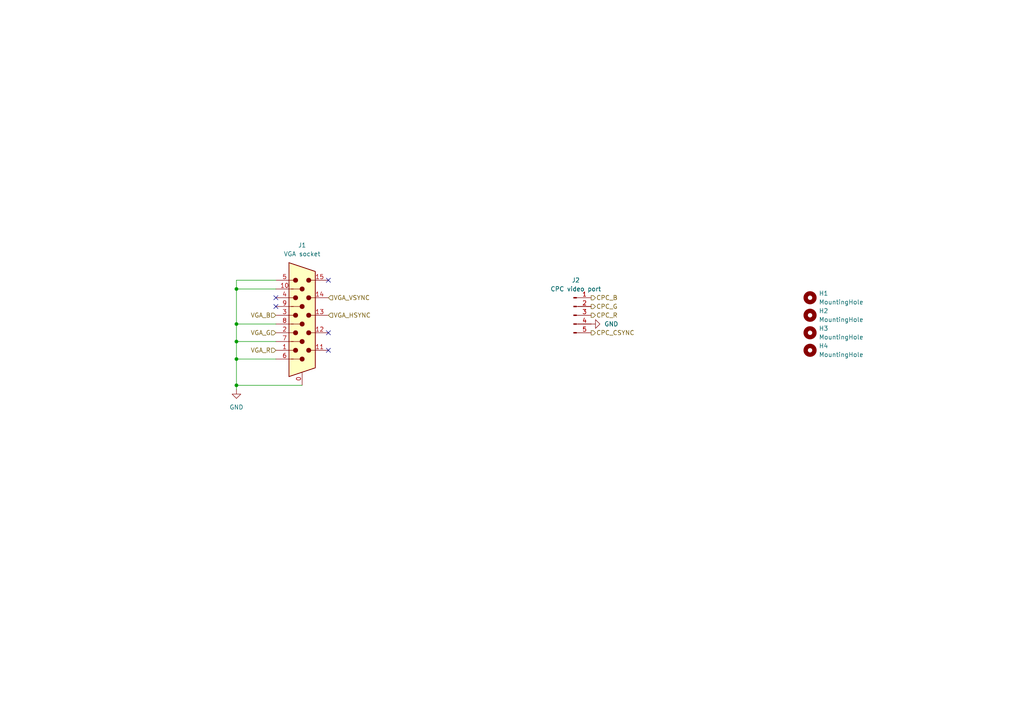
<source format=kicad_sch>
(kicad_sch (version 20230121) (generator eeschema)
  (paper "A4")
  (lib_symbols
    (symbol "Connector:Conn_01x05_Pin" (pin_names (offset 1.016) hide)
      (property "Reference" "J" (at 0 7.62 0))
      (property "Value" "Conn_01x05_Pin" (at 0 -7.62 0))
      (symbol "Conn_01x05_Pin_1_1"
        (polyline (pts (xy 1.27 -5.08) (xy 0.8636 -5.08)) (stroke (width 0.1524)))
        (polyline (pts (xy 1.27 -2.54) (xy 0.8636 -2.54)) (stroke (width 0.1524)))
        (polyline (pts (xy 1.27 0) (xy 0.8636 0)) (stroke (width 0.1524)))
        (polyline (pts (xy 1.27 2.54) (xy 0.8636 2.54)) (stroke (width 0.1524)))
        (polyline (pts (xy 1.27 5.08) (xy 0.8636 5.08)) (stroke (width 0.1524)))
        (rectangle (start 0.8636 -4.953) (end 0 -5.207) (stroke (width 0.1524)) (fill (type outline)))
        (rectangle (start 0.8636 -2.413) (end 0 -2.667) (stroke (width 0.1524)) (fill (type outline)))
        (rectangle (start 0.8636 0.127) (end 0 -0.127) (stroke (width 0.1524)) (fill (type outline)))
        (rectangle (start 0.8636 2.667) (end 0 2.413) (stroke (width 0.1524)) (fill (type outline)))
        (rectangle (start 0.8636 5.207) (end 0 4.953) (stroke (width 0.1524)) (fill (type outline)))
        (pin passive line (at 5.08 5.08 180) (length 3.81) (name "Pin_1") (number "1"))
        (pin passive line (at 5.08 2.54 180) (length 3.81) (name "Pin_2") (number "2"))
        (pin passive line (at 5.08 0 180) (length 3.81) (name "Pin_3") (number "3"))
        (pin passive line (at 5.08 -2.54 180) (length 3.81) (name "Pin_4") (number "4"))
        (pin passive line (at 5.08 -5.08 180) (length 3.81) (name "Pin_5") (number "5"))
      )
    )
    (symbol "Connector:DE15_Plug_HighDensity_MountingHoles" (pin_names (offset 1.016) hide)
      (property "Reference" "J" (at 0 21.59 0))
      (property "Value" "DE15_Plug_HighDensity_MountingHoles" (at 0 19.05 0))
      (symbol "DE15_Plug_HighDensity_MountingHoles_0_1"
        (circle (center -1.905 -7.62) (radius 0.635) (fill (type outline)))
        (circle (center -1.905 -2.54) (radius 0.635) (fill (type outline)))
        (circle (center -1.905 2.54) (radius 0.635) (fill (type outline)))
        (circle (center -1.905 7.62) (radius 0.635) (fill (type outline)))
        (circle (center -1.905 12.7) (radius 0.635) (fill (type outline)))
        (circle (center 0 -10.16) (radius 0.635) (fill (type outline)))
        (circle (center 0 -5.08) (radius 0.635) (fill (type outline)))
        (polyline (pts (xy -3.175 -5.08) (xy -0.635 -5.08)))
        (polyline (pts (xy -0.635 -10.16) (xy -3.175 -10.16)))
        (polyline (pts (xy -0.635 0) (xy -3.175 0)))
        (polyline (pts (xy -0.635 5.08) (xy -3.175 5.08)))
        (polyline (pts (xy -0.635 10.16) (xy -3.175 10.16)))
        (polyline (pts (xy -3.81 17.78) (xy -3.81 -15.24) (xy 3.81 -12.7) (xy 3.81 15.24) (xy -3.81 17.78)) (stroke (width 0.254)) (fill (type background)))
        (circle (center 0 0) (radius 0.635) (fill (type outline)))
        (circle (center 0 5.08) (radius 0.635) (fill (type outline)))
        (circle (center 0 10.16) (radius 0.635) (fill (type outline)))
        (circle (center 1.905 -7.62) (radius 0.635) (fill (type outline)))
        (circle (center 1.905 -2.54) (radius 0.635) (fill (type outline)))
        (circle (center 1.905 2.54) (radius 0.635) (fill (type outline)))
        (circle (center 1.905 7.62) (radius 0.635) (fill (type outline)))
        (circle (center 1.905 12.7) (radius 0.635) (fill (type outline)))
      )
      (symbol "DE15_Plug_HighDensity_MountingHoles_1_1"
        (pin passive line (at 0 -17.78 90) (length 3.81) (name "~") (number "0"))
        (pin passive line (at -7.62 -7.62 0) (length 5.08) (name "~") (number "1"))
        (pin passive line (at -7.62 10.16 0) (length 5.08) (name "~") (number "10"))
        (pin passive line (at 7.62 -7.62 180) (length 5.08) (name "~") (number "11"))
        (pin passive line (at 7.62 -2.54 180) (length 5.08) (name "~") (number "12"))
        (pin passive line (at 7.62 2.54 180) (length 5.08) (name "~") (number "13"))
        (pin passive line (at 7.62 7.62 180) (length 5.08) (name "~") (number "14"))
        (pin passive line (at 7.62 12.7 180) (length 5.08) (name "~") (number "15"))
        (pin passive line (at -7.62 -2.54 0) (length 5.08) (name "~") (number "2"))
        (pin passive line (at -7.62 2.54 0) (length 5.08) (name "~") (number "3"))
        (pin passive line (at -7.62 7.62 0) (length 5.08) (name "~") (number "4"))
        (pin passive line (at -7.62 12.7 0) (length 5.08) (name "~") (number "5"))
        (pin passive line (at -7.62 -10.16 0) (length 5.08) (name "~") (number "6"))
        (pin passive line (at -7.62 -5.08 0) (length 5.08) (name "~") (number "7"))
        (pin passive line (at -7.62 0 0) (length 5.08) (name "~") (number "8"))
        (pin passive line (at -7.62 5.08 0) (length 5.08) (name "~") (number "9"))
      )
    )
    (symbol "Mechanical:MountingHole" (pin_names (offset 1.016))
      (property "Reference" "H" (at 0 5.08 0))
      (property "Value" "MountingHole" (at 0 3.175 0))
      (symbol "MountingHole_0_1"
        (circle (center 0 0) (radius 1.27) (stroke (width 1.27)))
      )
    )
    (symbol "power:GND" (power) (pin_names (offset 0))
      (property "Value" "GND" (at 0 -3.81 0))
      (symbol "GND_0_1"
        (polyline (pts (xy 0 0) (xy 0 -1.27) (xy 1.27 -1.27) (xy 0 -2.54) (xy -1.27 -1.27) (xy 0 -1.27)))
      )
      (symbol "GND_1_1"
        (pin power_in line (at 0 0 270) (length 0) hide (name "GND") (number "1"))
      )
    )
  )
  (junction (at 68.58 99.06))
  (junction (at 68.58 83.82))
  (junction (at 68.58 111.76))
  (junction (at 68.58 93.98))
  (junction (at 68.58 104.14))
  (no_connect (at 95.25 101.6))
  (no_connect (at 80.01 88.9))
  (no_connect (at 95.25 96.52))
  (no_connect (at 80.01 86.36))
  (no_connect (at 95.25 81.28))
  (wire (pts (xy 68.58 111.76) (xy 87.63 111.76)))
  (wire (pts (xy 68.58 99.06) (xy 68.58 104.14)))
  (wire (pts (xy 68.58 111.76) (xy 68.58 104.14)))
  (wire (pts (xy 68.58 83.82) (xy 68.58 93.98)))
  (wire (pts (xy 68.58 99.06) (xy 80.01 99.06)))
  (wire (pts (xy 68.58 93.98) (xy 80.01 93.98)))
  (wire (pts (xy 68.58 93.98) (xy 68.58 99.06)))
  (wire (pts (xy 68.58 81.28) (xy 80.01 81.28)))
  (wire (pts (xy 80.01 83.82) (xy 68.58 83.82)))
  (wire (pts (xy 68.58 104.14) (xy 80.01 104.14)))
  (wire (pts (xy 68.58 83.82) (xy 68.58 81.28)))
  (wire (pts (xy 68.58 113.03) (xy 68.58 111.76)))
  (hierarchical_label "CPC_CSYNC" (shape output) (at 171.45 96.52 0))
  (hierarchical_label "CPC_R" (shape output) (at 171.45 91.44 0))
  (hierarchical_label "VGA_R" (shape input) (at 80.01 101.6 180))
  (hierarchical_label "VGA_VSYNC" (shape input) (at 95.25 86.36 0))
  (hierarchical_label "CPC_G" (shape output) (at 171.45 88.9 0))
  (hierarchical_label "VGA_B" (shape input) (at 80.01 91.44 180))
  (hierarchical_label "VGA_G" (shape input) (at 80.01 96.52 180))
  (hierarchical_label "CPC_B" (shape output) (at 171.45 86.36 0))
  (hierarchical_label "VGA_HSYNC" (shape input) (at 95.25 91.44 0))
  (symbol (lib_id "Mechanical:MountingHole") (at 234.95 96.52 0) (unit 1)
    (property "Reference" "H3" (at 237.49 95.25 0) (effects (justify left)))
    (property "Value" "MountingHole" (at 237.49 97.79 0) (effects (justify left)))
    (property "Footprint" "MountingHole:MountingHole_3.2mm_M3" (effects hide))
  )
  (symbol (lib_id "Mechanical:MountingHole") (at 234.95 101.6 0) (unit 1)
    (property "Reference" "H4" (at 237.49 100.33 0) (effects (justify left)))
    (property "Value" "MountingHole" (at 237.49 102.87 0) (effects (justify left)))
    (property "Footprint" "MountingHole:MountingHole_3.2mm_M3" (effects hide))
  )
  (symbol (lib_id "Connector:DE15_Plug_HighDensity_MountingHoles") (at 87.63 93.98 0) (unit 1)
    (property "Reference" "J1" (at 87.63 71.12 0))
    (property "Value" "VGA socket" (at 87.63 73.66 0))
    (property "Footprint" "Connector_Dsub:DSUB-15-HD_Female_Horizontal_P2.29x1.98mm_EdgePinOffset3.03mm_Housed_MountingHolesOffset4.94mm" (effects hide))
    (property "Datasheet" " ~" (effects hide))
  )
  (symbol (lib_id "Mechanical:MountingHole") (at 234.95 91.44 0) (unit 1)
    (property "Reference" "H2" (at 237.49 90.17 0) (effects (justify left)))
    (property "Value" "MountingHole" (at 237.49 92.71 0) (effects (justify left)))
    (property "Footprint" "MountingHole:MountingHole_3.2mm_M3" (effects hide))
  )
  (symbol (lib_id "Connector:Conn_01x05_Pin") (at 166.37 91.44 0) (unit 1)
    (property "Reference" "J2" (at 167.005 81.28 0))
    (property "Value" "CPC video port" (at 167.005 83.82 0))
    (property "Footprint" "Connector_PinHeader_2.54mm:PinHeader_1x05_P2.54mm_Vertical" (effects hide))
  )
  (symbol (lib_id "power:GND") (at 68.58 113.03 0) (unit 1)
    (property "Reference" "#PWR037" (effects hide))
    (property "Value" "GND" (at 68.58 118.11 0))
  )
  (symbol (lib_id "power:GND") (at 171.45 93.98 90) (unit 1)
    (property "Reference" "#PWR036" (effects hide))
    (property "Value" "GND" (at 175.26 93.98 90) (effects (justify right)))
  )
  (symbol (lib_id "Mechanical:MountingHole") (at 234.95 86.36 0) (unit 1)
    (property "Reference" "H1" (at 237.49 85.09 0) (effects (justify left)))
    (property "Value" "MountingHole" (at 237.49 87.63 0) (effects (justify left)))
    (property "Footprint" "MountingHole:MountingHole_3.2mm_M3" (effects hide))
  )
)
</source>
